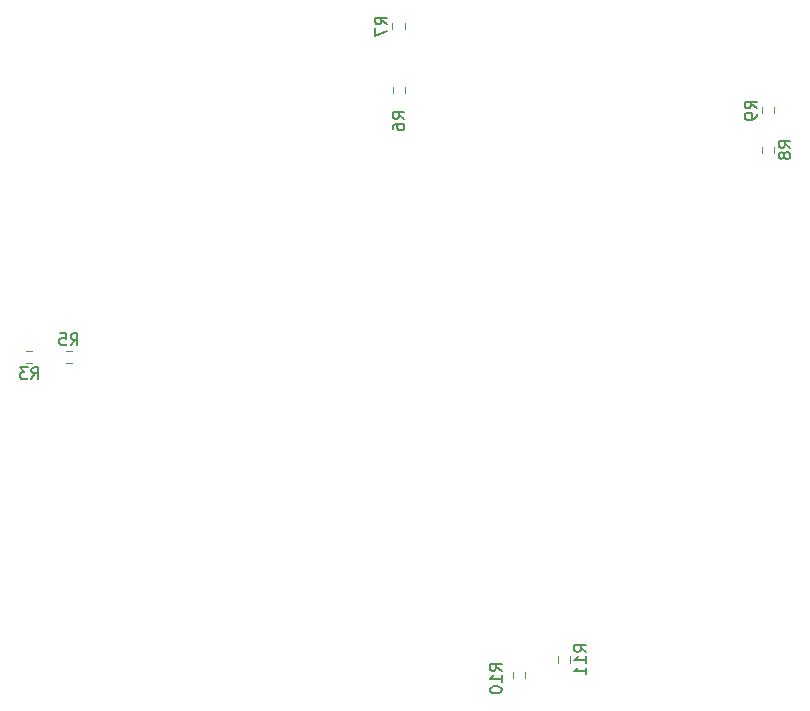
<source format=gbo>
%TF.GenerationSoftware,KiCad,Pcbnew,(5.1.10)-1*%
%TF.CreationDate,2021-10-14T15:05:34-04:00*%
%TF.ProjectId,gf-minus1,67662d6d-696e-4757-9331-2e6b69636164,rev?*%
%TF.SameCoordinates,Original*%
%TF.FileFunction,Legend,Bot*%
%TF.FilePolarity,Positive*%
%FSLAX46Y46*%
G04 Gerber Fmt 4.6, Leading zero omitted, Abs format (unit mm)*
G04 Created by KiCad (PCBNEW (5.1.10)-1) date 2021-10-14 15:05:34*
%MOMM*%
%LPD*%
G01*
G04 APERTURE LIST*
%ADD10C,0.120000*%
%ADD11C,0.150000*%
%ADD12C,0.300000*%
%ADD13C,2.500000*%
%ADD14R,1.700000X1.700000*%
%ADD15O,1.700000X1.700000*%
%ADD16R,2.000000X2.000000*%
%ADD17C,2.000000*%
%ADD18C,1.600000*%
%ADD19O,1.000000X1.550000*%
%ADD20O,1.250000X0.950000*%
%ADD21C,3.450000*%
%ADD22C,2.390000*%
G04 APERTURE END LIST*
D10*
X109732500Y-123527224D02*
X109732500Y-123017776D01*
X108687500Y-123527224D02*
X108687500Y-123017776D01*
X105902500Y-124867224D02*
X105902500Y-124357776D01*
X104857500Y-124867224D02*
X104857500Y-124357776D01*
X125977500Y-76525276D02*
X125977500Y-77034724D01*
X127022500Y-76525276D02*
X127022500Y-77034724D01*
X127032500Y-80357224D02*
X127032500Y-79847776D01*
X125987500Y-80357224D02*
X125987500Y-79847776D01*
X94687500Y-69402776D02*
X94687500Y-69912224D01*
X95732500Y-69402776D02*
X95732500Y-69912224D01*
X95772500Y-75294724D02*
X95772500Y-74785276D01*
X94727500Y-75294724D02*
X94727500Y-74785276D01*
X67534724Y-97117500D02*
X67025276Y-97117500D01*
X67534724Y-98162500D02*
X67025276Y-98162500D01*
X63705276Y-98172500D02*
X64214724Y-98172500D01*
X63705276Y-97127500D02*
X64214724Y-97127500D01*
D11*
X111092380Y-122629642D02*
X110616190Y-122296309D01*
X111092380Y-122058214D02*
X110092380Y-122058214D01*
X110092380Y-122439166D01*
X110140000Y-122534404D01*
X110187619Y-122582023D01*
X110282857Y-122629642D01*
X110425714Y-122629642D01*
X110520952Y-122582023D01*
X110568571Y-122534404D01*
X110616190Y-122439166D01*
X110616190Y-122058214D01*
X111092380Y-123582023D02*
X111092380Y-123010595D01*
X111092380Y-123296309D02*
X110092380Y-123296309D01*
X110235238Y-123201071D01*
X110330476Y-123105833D01*
X110378095Y-123010595D01*
X111092380Y-124534404D02*
X111092380Y-123962976D01*
X111092380Y-124248690D02*
X110092380Y-124248690D01*
X110235238Y-124153452D01*
X110330476Y-124058214D01*
X110378095Y-123962976D01*
X103938380Y-124219142D02*
X103462190Y-123885809D01*
X103938380Y-123647714D02*
X102938380Y-123647714D01*
X102938380Y-124028666D01*
X102986000Y-124123904D01*
X103033619Y-124171523D01*
X103128857Y-124219142D01*
X103271714Y-124219142D01*
X103366952Y-124171523D01*
X103414571Y-124123904D01*
X103462190Y-124028666D01*
X103462190Y-123647714D01*
X103938380Y-125171523D02*
X103938380Y-124600095D01*
X103938380Y-124885809D02*
X102938380Y-124885809D01*
X103081238Y-124790571D01*
X103176476Y-124695333D01*
X103224095Y-124600095D01*
X102938380Y-125790571D02*
X102938380Y-125885809D01*
X102986000Y-125981047D01*
X103033619Y-126028666D01*
X103128857Y-126076285D01*
X103319333Y-126123904D01*
X103557428Y-126123904D01*
X103747904Y-126076285D01*
X103843142Y-126028666D01*
X103890761Y-125981047D01*
X103938380Y-125885809D01*
X103938380Y-125790571D01*
X103890761Y-125695333D01*
X103843142Y-125647714D01*
X103747904Y-125600095D01*
X103557428Y-125552476D01*
X103319333Y-125552476D01*
X103128857Y-125600095D01*
X103033619Y-125647714D01*
X102986000Y-125695333D01*
X102938380Y-125790571D01*
X125522380Y-76613333D02*
X125046190Y-76280000D01*
X125522380Y-76041904D02*
X124522380Y-76041904D01*
X124522380Y-76422857D01*
X124570000Y-76518095D01*
X124617619Y-76565714D01*
X124712857Y-76613333D01*
X124855714Y-76613333D01*
X124950952Y-76565714D01*
X124998571Y-76518095D01*
X125046190Y-76422857D01*
X125046190Y-76041904D01*
X125522380Y-77089523D02*
X125522380Y-77280000D01*
X125474761Y-77375238D01*
X125427142Y-77422857D01*
X125284285Y-77518095D01*
X125093809Y-77565714D01*
X124712857Y-77565714D01*
X124617619Y-77518095D01*
X124570000Y-77470476D01*
X124522380Y-77375238D01*
X124522380Y-77184761D01*
X124570000Y-77089523D01*
X124617619Y-77041904D01*
X124712857Y-76994285D01*
X124950952Y-76994285D01*
X125046190Y-77041904D01*
X125093809Y-77089523D01*
X125141428Y-77184761D01*
X125141428Y-77375238D01*
X125093809Y-77470476D01*
X125046190Y-77518095D01*
X124950952Y-77565714D01*
X128392380Y-79935833D02*
X127916190Y-79602500D01*
X128392380Y-79364404D02*
X127392380Y-79364404D01*
X127392380Y-79745357D01*
X127440000Y-79840595D01*
X127487619Y-79888214D01*
X127582857Y-79935833D01*
X127725714Y-79935833D01*
X127820952Y-79888214D01*
X127868571Y-79840595D01*
X127916190Y-79745357D01*
X127916190Y-79364404D01*
X127820952Y-80507261D02*
X127773333Y-80412023D01*
X127725714Y-80364404D01*
X127630476Y-80316785D01*
X127582857Y-80316785D01*
X127487619Y-80364404D01*
X127440000Y-80412023D01*
X127392380Y-80507261D01*
X127392380Y-80697738D01*
X127440000Y-80792976D01*
X127487619Y-80840595D01*
X127582857Y-80888214D01*
X127630476Y-80888214D01*
X127725714Y-80840595D01*
X127773333Y-80792976D01*
X127820952Y-80697738D01*
X127820952Y-80507261D01*
X127868571Y-80412023D01*
X127916190Y-80364404D01*
X128011428Y-80316785D01*
X128201904Y-80316785D01*
X128297142Y-80364404D01*
X128344761Y-80412023D01*
X128392380Y-80507261D01*
X128392380Y-80697738D01*
X128344761Y-80792976D01*
X128297142Y-80840595D01*
X128201904Y-80888214D01*
X128011428Y-80888214D01*
X127916190Y-80840595D01*
X127868571Y-80792976D01*
X127820952Y-80697738D01*
X94232380Y-69490833D02*
X93756190Y-69157500D01*
X94232380Y-68919404D02*
X93232380Y-68919404D01*
X93232380Y-69300357D01*
X93280000Y-69395595D01*
X93327619Y-69443214D01*
X93422857Y-69490833D01*
X93565714Y-69490833D01*
X93660952Y-69443214D01*
X93708571Y-69395595D01*
X93756190Y-69300357D01*
X93756190Y-68919404D01*
X93232380Y-69824166D02*
X93232380Y-70490833D01*
X94232380Y-70062261D01*
X95702380Y-77513333D02*
X95226190Y-77180000D01*
X95702380Y-76941904D02*
X94702380Y-76941904D01*
X94702380Y-77322857D01*
X94750000Y-77418095D01*
X94797619Y-77465714D01*
X94892857Y-77513333D01*
X95035714Y-77513333D01*
X95130952Y-77465714D01*
X95178571Y-77418095D01*
X95226190Y-77322857D01*
X95226190Y-76941904D01*
X94702380Y-78370476D02*
X94702380Y-78180000D01*
X94750000Y-78084761D01*
X94797619Y-78037142D01*
X94940476Y-77941904D01*
X95130952Y-77894285D01*
X95511904Y-77894285D01*
X95607142Y-77941904D01*
X95654761Y-77989523D01*
X95702380Y-78084761D01*
X95702380Y-78275238D01*
X95654761Y-78370476D01*
X95607142Y-78418095D01*
X95511904Y-78465714D01*
X95273809Y-78465714D01*
X95178571Y-78418095D01*
X95130952Y-78370476D01*
X95083333Y-78275238D01*
X95083333Y-78084761D01*
X95130952Y-77989523D01*
X95178571Y-77941904D01*
X95273809Y-77894285D01*
X67446666Y-96662380D02*
X67780000Y-96186190D01*
X68018095Y-96662380D02*
X68018095Y-95662380D01*
X67637142Y-95662380D01*
X67541904Y-95710000D01*
X67494285Y-95757619D01*
X67446666Y-95852857D01*
X67446666Y-95995714D01*
X67494285Y-96090952D01*
X67541904Y-96138571D01*
X67637142Y-96186190D01*
X68018095Y-96186190D01*
X66541904Y-95662380D02*
X67018095Y-95662380D01*
X67065714Y-96138571D01*
X67018095Y-96090952D01*
X66922857Y-96043333D01*
X66684761Y-96043333D01*
X66589523Y-96090952D01*
X66541904Y-96138571D01*
X66494285Y-96233809D01*
X66494285Y-96471904D01*
X66541904Y-96567142D01*
X66589523Y-96614761D01*
X66684761Y-96662380D01*
X66922857Y-96662380D01*
X67018095Y-96614761D01*
X67065714Y-96567142D01*
X64126666Y-99532380D02*
X64460000Y-99056190D01*
X64698095Y-99532380D02*
X64698095Y-98532380D01*
X64317142Y-98532380D01*
X64221904Y-98580000D01*
X64174285Y-98627619D01*
X64126666Y-98722857D01*
X64126666Y-98865714D01*
X64174285Y-98960952D01*
X64221904Y-99008571D01*
X64317142Y-99056190D01*
X64698095Y-99056190D01*
X63793333Y-98532380D02*
X63174285Y-98532380D01*
X63507619Y-98913333D01*
X63364761Y-98913333D01*
X63269523Y-98960952D01*
X63221904Y-99008571D01*
X63174285Y-99103809D01*
X63174285Y-99341904D01*
X63221904Y-99437142D01*
X63269523Y-99484761D01*
X63364761Y-99532380D01*
X63650476Y-99532380D01*
X63745714Y-99484761D01*
X63793333Y-99437142D01*
%LPC*%
D12*
X125779428Y-128988571D02*
X124922285Y-128988571D01*
X125350857Y-130488571D02*
X125350857Y-128988571D01*
X124422285Y-130488571D02*
X124422285Y-128988571D01*
X123779428Y-130488571D02*
X123779428Y-129702857D01*
X123850857Y-129560000D01*
X123993714Y-129488571D01*
X124208000Y-129488571D01*
X124350857Y-129560000D01*
X124422285Y-129631428D01*
X122422285Y-130488571D02*
X122422285Y-129702857D01*
X122493714Y-129560000D01*
X122636571Y-129488571D01*
X122922285Y-129488571D01*
X123065142Y-129560000D01*
X122422285Y-130417142D02*
X122565142Y-130488571D01*
X122922285Y-130488571D01*
X123065142Y-130417142D01*
X123136571Y-130274285D01*
X123136571Y-130131428D01*
X123065142Y-129988571D01*
X122922285Y-129917142D01*
X122565142Y-129917142D01*
X122422285Y-129845714D01*
X121708000Y-129488571D02*
X121708000Y-130488571D01*
X121708000Y-129631428D02*
X121636571Y-129560000D01*
X121493714Y-129488571D01*
X121279428Y-129488571D01*
X121136571Y-129560000D01*
X121065142Y-129702857D01*
X121065142Y-130488571D01*
X120350857Y-130488571D02*
X120350857Y-128988571D01*
X120208000Y-129917142D02*
X119779428Y-130488571D01*
X119779428Y-129488571D02*
X120350857Y-130060000D01*
X119208000Y-130417142D02*
X119065142Y-130488571D01*
X118779428Y-130488571D01*
X118636571Y-130417142D01*
X118565142Y-130274285D01*
X118565142Y-130202857D01*
X118636571Y-130060000D01*
X118779428Y-129988571D01*
X118993714Y-129988571D01*
X119136571Y-129917142D01*
X119208000Y-129774285D01*
X119208000Y-129702857D01*
X119136571Y-129560000D01*
X118993714Y-129488571D01*
X118779428Y-129488571D01*
X118636571Y-129560000D01*
X116993714Y-129488571D02*
X116422285Y-129488571D01*
X116779428Y-128988571D02*
X116779428Y-130274285D01*
X116708000Y-130417142D01*
X116565142Y-130488571D01*
X116422285Y-130488571D01*
X115707999Y-130488571D02*
X115850857Y-130417142D01*
X115922285Y-130345714D01*
X115993714Y-130202857D01*
X115993714Y-129774285D01*
X115922285Y-129631428D01*
X115850857Y-129560000D01*
X115707999Y-129488571D01*
X115493714Y-129488571D01*
X115350857Y-129560000D01*
X115279428Y-129631428D01*
X115207999Y-129774285D01*
X115207999Y-130202857D01*
X115279428Y-130345714D01*
X115350857Y-130417142D01*
X115493714Y-130488571D01*
X115707999Y-130488571D01*
X112779428Y-130488571D02*
X112779428Y-129702857D01*
X112850857Y-129560000D01*
X112993714Y-129488571D01*
X113279428Y-129488571D01*
X113422285Y-129560000D01*
X112779428Y-130417142D02*
X112922285Y-130488571D01*
X113279428Y-130488571D01*
X113422285Y-130417142D01*
X113493714Y-130274285D01*
X113493714Y-130131428D01*
X113422285Y-129988571D01*
X113279428Y-129917142D01*
X112922285Y-129917142D01*
X112779428Y-129845714D01*
X111850857Y-130488571D02*
X111993714Y-130417142D01*
X112065142Y-130274285D01*
X112065142Y-128988571D01*
X110707999Y-130417142D02*
X110850857Y-130488571D01*
X111136571Y-130488571D01*
X111279428Y-130417142D01*
X111350857Y-130274285D01*
X111350857Y-129702857D01*
X111279428Y-129560000D01*
X111136571Y-129488571D01*
X110850857Y-129488571D01*
X110707999Y-129560000D01*
X110636571Y-129702857D01*
X110636571Y-129845714D01*
X111350857Y-129988571D01*
X109779428Y-130488571D02*
X109922285Y-130417142D01*
X109993714Y-130274285D01*
X109993714Y-128988571D01*
X108993714Y-130488571D02*
X109136571Y-130417142D01*
X109207999Y-130345714D01*
X109279428Y-130202857D01*
X109279428Y-129774285D01*
X109207999Y-129631428D01*
X109136571Y-129560000D01*
X108993714Y-129488571D01*
X108779428Y-129488571D01*
X108636571Y-129560000D01*
X108565142Y-129631428D01*
X108493714Y-129774285D01*
X108493714Y-130202857D01*
X108565142Y-130345714D01*
X108636571Y-130417142D01*
X108779428Y-130488571D01*
X108993714Y-130488571D01*
X107850857Y-129488571D02*
X107850857Y-130488571D01*
X107850857Y-129631428D02*
X107779428Y-129560000D01*
X107636571Y-129488571D01*
X107422285Y-129488571D01*
X107279428Y-129560000D01*
X107207999Y-129702857D01*
X107207999Y-130488571D01*
X105850857Y-130488571D02*
X105850857Y-128988571D01*
X105850857Y-130417142D02*
X105993714Y-130488571D01*
X106279428Y-130488571D01*
X106422285Y-130417142D01*
X106493714Y-130345714D01*
X106565142Y-130202857D01*
X106565142Y-129774285D01*
X106493714Y-129631428D01*
X106422285Y-129560000D01*
X106279428Y-129488571D01*
X105993714Y-129488571D01*
X105850857Y-129560000D01*
X104922285Y-130488571D02*
X105065142Y-130417142D01*
X105136571Y-130345714D01*
X105207999Y-130202857D01*
X105207999Y-129774285D01*
X105136571Y-129631428D01*
X105065142Y-129560000D01*
X104922285Y-129488571D01*
X104707999Y-129488571D01*
X104565142Y-129560000D01*
X104493714Y-129631428D01*
X104422285Y-129774285D01*
X104422285Y-130202857D01*
X104493714Y-130345714D01*
X104565142Y-130417142D01*
X104707999Y-130488571D01*
X104922285Y-130488571D01*
X103779428Y-129488571D02*
X103779428Y-130488571D01*
X103779428Y-129631428D02*
X103707999Y-129560000D01*
X103565142Y-129488571D01*
X103350857Y-129488571D01*
X103207999Y-129560000D01*
X103136571Y-129702857D01*
X103136571Y-130488571D01*
X102350857Y-130417142D02*
X102350857Y-130488571D01*
X102422285Y-130631428D01*
X102493714Y-130702857D01*
X100707999Y-129488571D02*
X100350857Y-130488571D01*
X99993714Y-129488571D01*
X99422285Y-130488571D02*
X99422285Y-129488571D01*
X99422285Y-129631428D02*
X99350857Y-129560000D01*
X99207999Y-129488571D01*
X98993714Y-129488571D01*
X98850857Y-129560000D01*
X98779428Y-129702857D01*
X98779428Y-130488571D01*
X98779428Y-129702857D02*
X98707999Y-129560000D01*
X98565142Y-129488571D01*
X98350857Y-129488571D01*
X98207999Y-129560000D01*
X98136571Y-129702857D01*
X98136571Y-130488571D01*
X97636571Y-129488571D02*
X97065142Y-129488571D01*
X97422285Y-128988571D02*
X97422285Y-130274285D01*
X97350857Y-130417142D01*
X97207999Y-130488571D01*
X97065142Y-130488571D01*
X96779428Y-129488571D02*
X96207999Y-129488571D01*
X96565142Y-128988571D02*
X96565142Y-130274285D01*
X96493714Y-130417142D01*
X96350857Y-130488571D01*
X96207999Y-130488571D01*
X95707999Y-130488571D02*
X95707999Y-129488571D01*
X95707999Y-129631428D02*
X95636571Y-129560000D01*
X95493714Y-129488571D01*
X95279428Y-129488571D01*
X95136571Y-129560000D01*
X95065142Y-129702857D01*
X95065142Y-130488571D01*
X95065142Y-129702857D02*
X94993714Y-129560000D01*
X94850857Y-129488571D01*
X94636571Y-129488571D01*
X94493714Y-129560000D01*
X94422285Y-129702857D01*
X94422285Y-130488571D01*
X93850857Y-129488571D02*
X93493714Y-130488571D01*
X93136571Y-129488571D01*
X90779428Y-130488571D02*
X90779428Y-129702857D01*
X90850857Y-129560000D01*
X90993714Y-129488571D01*
X91279428Y-129488571D01*
X91422285Y-129560000D01*
X90779428Y-130417142D02*
X90922285Y-130488571D01*
X91279428Y-130488571D01*
X91422285Y-130417142D01*
X91493714Y-130274285D01*
X91493714Y-130131428D01*
X91422285Y-129988571D01*
X91279428Y-129917142D01*
X90922285Y-129917142D01*
X90779428Y-129845714D01*
X90065142Y-129488571D02*
X90065142Y-130488571D01*
X90065142Y-129631428D02*
X89993714Y-129560000D01*
X89850857Y-129488571D01*
X89636571Y-129488571D01*
X89493714Y-129560000D01*
X89422285Y-129702857D01*
X89422285Y-130488571D01*
X88065142Y-130488571D02*
X88065142Y-128988571D01*
X88065142Y-130417142D02*
X88207999Y-130488571D01*
X88493714Y-130488571D01*
X88636571Y-130417142D01*
X88707999Y-130345714D01*
X88779428Y-130202857D01*
X88779428Y-129774285D01*
X88707999Y-129631428D01*
X88636571Y-129560000D01*
X88493714Y-129488571D01*
X88207999Y-129488571D01*
X88065142Y-129560000D01*
X85707999Y-129702857D02*
X85493714Y-129774285D01*
X85422285Y-129845714D01*
X85350857Y-129988571D01*
X85350857Y-130202857D01*
X85422285Y-130345714D01*
X85493714Y-130417142D01*
X85636571Y-130488571D01*
X86207999Y-130488571D01*
X86207999Y-128988571D01*
X85707999Y-128988571D01*
X85565142Y-129060000D01*
X85493714Y-129131428D01*
X85422285Y-129274285D01*
X85422285Y-129417142D01*
X85493714Y-129560000D01*
X85565142Y-129631428D01*
X85707999Y-129702857D01*
X86207999Y-129702857D01*
X84493714Y-130488571D02*
X84636571Y-130417142D01*
X84707999Y-130274285D01*
X84707999Y-128988571D01*
X83922285Y-130488571D02*
X83922285Y-129488571D01*
X83922285Y-128988571D02*
X83993714Y-129060000D01*
X83922285Y-129131428D01*
X83850857Y-129060000D01*
X83922285Y-128988571D01*
X83922285Y-129131428D01*
X83207999Y-129488571D02*
X83207999Y-130488571D01*
X83207999Y-129631428D02*
X83136571Y-129560000D01*
X82993714Y-129488571D01*
X82779428Y-129488571D01*
X82636571Y-129560000D01*
X82565142Y-129702857D01*
X82565142Y-130488571D01*
X81207999Y-130488571D02*
X81207999Y-128988571D01*
X81207999Y-130417142D02*
X81350857Y-130488571D01*
X81636571Y-130488571D01*
X81779428Y-130417142D01*
X81850857Y-130345714D01*
X81922285Y-130202857D01*
X81922285Y-129774285D01*
X81850857Y-129631428D01*
X81779428Y-129560000D01*
X81636571Y-129488571D01*
X81350857Y-129488571D01*
X81207999Y-129560000D01*
X80707999Y-128988571D02*
X80207999Y-130488571D01*
X79707999Y-128988571D01*
X79207999Y-130488571D02*
X79207999Y-129488571D01*
X79207999Y-128988571D02*
X79279428Y-129060000D01*
X79207999Y-129131428D01*
X79136571Y-129060000D01*
X79207999Y-128988571D01*
X79207999Y-129131428D01*
X77850857Y-130488571D02*
X77850857Y-129702857D01*
X77922285Y-129560000D01*
X78065142Y-129488571D01*
X78350857Y-129488571D01*
X78493714Y-129560000D01*
X77850857Y-130417142D02*
X77993714Y-130488571D01*
X78350857Y-130488571D01*
X78493714Y-130417142D01*
X78565142Y-130274285D01*
X78565142Y-130131428D01*
X78493714Y-129988571D01*
X78350857Y-129917142D01*
X77993714Y-129917142D01*
X77850857Y-129845714D01*
X122743714Y-132038571D02*
X122172285Y-132038571D01*
X122529428Y-133038571D02*
X122529428Y-131752857D01*
X122458000Y-131610000D01*
X122315142Y-131538571D01*
X122172285Y-131538571D01*
X121458000Y-133038571D02*
X121600857Y-132967142D01*
X121672285Y-132895714D01*
X121743714Y-132752857D01*
X121743714Y-132324285D01*
X121672285Y-132181428D01*
X121600857Y-132110000D01*
X121458000Y-132038571D01*
X121243714Y-132038571D01*
X121100857Y-132110000D01*
X121029428Y-132181428D01*
X120958000Y-132324285D01*
X120958000Y-132752857D01*
X121029428Y-132895714D01*
X121100857Y-132967142D01*
X121243714Y-133038571D01*
X121458000Y-133038571D01*
X120315142Y-133038571D02*
X120315142Y-132038571D01*
X120315142Y-132324285D02*
X120243714Y-132181428D01*
X120172285Y-132110000D01*
X120029428Y-132038571D01*
X119886571Y-132038571D01*
X118458000Y-132038571D02*
X117886571Y-132038571D01*
X118243714Y-131538571D02*
X118243714Y-132824285D01*
X118172285Y-132967142D01*
X118029428Y-133038571D01*
X117886571Y-133038571D01*
X117386571Y-133038571D02*
X117386571Y-131538571D01*
X116743714Y-133038571D02*
X116743714Y-132252857D01*
X116815142Y-132110000D01*
X116958000Y-132038571D01*
X117172285Y-132038571D01*
X117315142Y-132110000D01*
X117386571Y-132181428D01*
X115458000Y-132967142D02*
X115600857Y-133038571D01*
X115886571Y-133038571D01*
X116029428Y-132967142D01*
X116100857Y-132824285D01*
X116100857Y-132252857D01*
X116029428Y-132110000D01*
X115886571Y-132038571D01*
X115600857Y-132038571D01*
X115458000Y-132110000D01*
X115386571Y-132252857D01*
X115386571Y-132395714D01*
X116100857Y-132538571D01*
X114743714Y-133038571D02*
X114743714Y-132038571D01*
X114743714Y-131538571D02*
X114815142Y-131610000D01*
X114743714Y-131681428D01*
X114672285Y-131610000D01*
X114743714Y-131538571D01*
X114743714Y-131681428D01*
X114029428Y-133038571D02*
X114029428Y-132038571D01*
X114029428Y-132324285D02*
X113958000Y-132181428D01*
X113886571Y-132110000D01*
X113743714Y-132038571D01*
X113600857Y-132038571D01*
X111315142Y-132967142D02*
X111458000Y-133038571D01*
X111743714Y-133038571D01*
X111886571Y-132967142D01*
X111958000Y-132895714D01*
X112029428Y-132752857D01*
X112029428Y-132324285D01*
X111958000Y-132181428D01*
X111886571Y-132110000D01*
X111743714Y-132038571D01*
X111458000Y-132038571D01*
X111315142Y-132110000D01*
X110458000Y-133038571D02*
X110600857Y-132967142D01*
X110672285Y-132895714D01*
X110743714Y-132752857D01*
X110743714Y-132324285D01*
X110672285Y-132181428D01*
X110600857Y-132110000D01*
X110458000Y-132038571D01*
X110243714Y-132038571D01*
X110100857Y-132110000D01*
X110029428Y-132181428D01*
X109958000Y-132324285D01*
X109958000Y-132752857D01*
X110029428Y-132895714D01*
X110100857Y-132967142D01*
X110243714Y-133038571D01*
X110458000Y-133038571D01*
X109315142Y-132038571D02*
X109315142Y-133038571D01*
X109315142Y-132181428D02*
X109243714Y-132110000D01*
X109100857Y-132038571D01*
X108886571Y-132038571D01*
X108743714Y-132110000D01*
X108672285Y-132252857D01*
X108672285Y-133038571D01*
X108172285Y-132038571D02*
X107600857Y-132038571D01*
X107958000Y-131538571D02*
X107958000Y-132824285D01*
X107886571Y-132967142D01*
X107743714Y-133038571D01*
X107600857Y-133038571D01*
X107100857Y-133038571D02*
X107100857Y-132038571D01*
X107100857Y-132324285D02*
X107029428Y-132181428D01*
X106958000Y-132110000D01*
X106815142Y-132038571D01*
X106672285Y-132038571D01*
X106172285Y-133038571D02*
X106172285Y-132038571D01*
X106172285Y-131538571D02*
X106243714Y-131610000D01*
X106172285Y-131681428D01*
X106100857Y-131610000D01*
X106172285Y-131538571D01*
X106172285Y-131681428D01*
X105458000Y-133038571D02*
X105458000Y-131538571D01*
X105458000Y-132110000D02*
X105315142Y-132038571D01*
X105029428Y-132038571D01*
X104886571Y-132110000D01*
X104815142Y-132181428D01*
X104743714Y-132324285D01*
X104743714Y-132752857D01*
X104815142Y-132895714D01*
X104886571Y-132967142D01*
X105029428Y-133038571D01*
X105315142Y-133038571D01*
X105458000Y-132967142D01*
X103458000Y-132038571D02*
X103458000Y-133038571D01*
X104100857Y-132038571D02*
X104100857Y-132824285D01*
X104029428Y-132967142D01*
X103886571Y-133038571D01*
X103672285Y-133038571D01*
X103529428Y-132967142D01*
X103458000Y-132895714D01*
X102958000Y-132038571D02*
X102386571Y-132038571D01*
X102743714Y-131538571D02*
X102743714Y-132824285D01*
X102672285Y-132967142D01*
X102529428Y-133038571D01*
X102386571Y-133038571D01*
X101886571Y-133038571D02*
X101886571Y-132038571D01*
X101886571Y-131538571D02*
X101958000Y-131610000D01*
X101886571Y-131681428D01*
X101815142Y-131610000D01*
X101886571Y-131538571D01*
X101886571Y-131681428D01*
X100958000Y-133038571D02*
X101100857Y-132967142D01*
X101172285Y-132895714D01*
X101243714Y-132752857D01*
X101243714Y-132324285D01*
X101172285Y-132181428D01*
X101100857Y-132110000D01*
X100958000Y-132038571D01*
X100743714Y-132038571D01*
X100600857Y-132110000D01*
X100529428Y-132181428D01*
X100458000Y-132324285D01*
X100458000Y-132752857D01*
X100529428Y-132895714D01*
X100600857Y-132967142D01*
X100743714Y-133038571D01*
X100958000Y-133038571D01*
X99815142Y-132038571D02*
X99815142Y-133038571D01*
X99815142Y-132181428D02*
X99743714Y-132110000D01*
X99600857Y-132038571D01*
X99386571Y-132038571D01*
X99243714Y-132110000D01*
X99172285Y-132252857D01*
X99172285Y-133038571D01*
X97529428Y-132038571D02*
X96958000Y-132038571D01*
X97315142Y-131538571D02*
X97315142Y-132824285D01*
X97243714Y-132967142D01*
X97100857Y-133038571D01*
X96958000Y-133038571D01*
X96243714Y-133038571D02*
X96386571Y-132967142D01*
X96458000Y-132895714D01*
X96529428Y-132752857D01*
X96529428Y-132324285D01*
X96458000Y-132181428D01*
X96386571Y-132110000D01*
X96243714Y-132038571D01*
X96029428Y-132038571D01*
X95886571Y-132110000D01*
X95815142Y-132181428D01*
X95743714Y-132324285D01*
X95743714Y-132752857D01*
X95815142Y-132895714D01*
X95886571Y-132967142D01*
X96029428Y-133038571D01*
X96243714Y-133038571D01*
X93172285Y-131610000D02*
X93315142Y-131538571D01*
X93529428Y-131538571D01*
X93743714Y-131610000D01*
X93886571Y-131752857D01*
X93958000Y-131895714D01*
X94029428Y-132181428D01*
X94029428Y-132395714D01*
X93958000Y-132681428D01*
X93886571Y-132824285D01*
X93743714Y-132967142D01*
X93529428Y-133038571D01*
X93386571Y-133038571D01*
X93172285Y-132967142D01*
X93100857Y-132895714D01*
X93100857Y-132395714D01*
X93386571Y-132395714D01*
X92243714Y-133038571D02*
X92386571Y-132967142D01*
X92458000Y-132824285D01*
X92458000Y-131538571D01*
X91029428Y-132038571D02*
X91029428Y-133038571D01*
X91672285Y-132038571D02*
X91672285Y-132824285D01*
X91600857Y-132967142D01*
X91458000Y-133038571D01*
X91243714Y-133038571D01*
X91100857Y-132967142D01*
X91029428Y-132895714D01*
X90529428Y-132038571D02*
X89958000Y-132038571D01*
X90315142Y-131538571D02*
X90315142Y-132824285D01*
X90243714Y-132967142D01*
X90100857Y-133038571D01*
X89958000Y-133038571D01*
X88886571Y-132967142D02*
X89029428Y-133038571D01*
X89315142Y-133038571D01*
X89458000Y-132967142D01*
X89529428Y-132824285D01*
X89529428Y-132252857D01*
X89458000Y-132110000D01*
X89315142Y-132038571D01*
X89029428Y-132038571D01*
X88886571Y-132110000D01*
X88815142Y-132252857D01*
X88815142Y-132395714D01*
X89529428Y-132538571D01*
X88172285Y-132038571D02*
X88172285Y-133038571D01*
X88172285Y-132181428D02*
X88100857Y-132110000D01*
X87958000Y-132038571D01*
X87743714Y-132038571D01*
X87600857Y-132110000D01*
X87529428Y-132252857D01*
X87529428Y-133038571D01*
X86815142Y-132467142D02*
X85672285Y-132467142D01*
X84458000Y-132252857D02*
X84958000Y-132252857D01*
X84958000Y-133038571D02*
X84958000Y-131538571D01*
X84243714Y-131538571D01*
X83672285Y-133038571D02*
X83672285Y-132038571D01*
X83672285Y-132324285D02*
X83600857Y-132181428D01*
X83529428Y-132110000D01*
X83386571Y-132038571D01*
X83243714Y-132038571D01*
X82172285Y-132967142D02*
X82315142Y-133038571D01*
X82600857Y-133038571D01*
X82743714Y-132967142D01*
X82815142Y-132824285D01*
X82815142Y-132252857D01*
X82743714Y-132110000D01*
X82600857Y-132038571D01*
X82315142Y-132038571D01*
X82172285Y-132110000D01*
X82100857Y-132252857D01*
X82100857Y-132395714D01*
X82815142Y-132538571D01*
X80886571Y-132967142D02*
X81029428Y-133038571D01*
X81315142Y-133038571D01*
X81458000Y-132967142D01*
X81529428Y-132824285D01*
X81529428Y-132252857D01*
X81458000Y-132110000D01*
X81315142Y-132038571D01*
X81029428Y-132038571D01*
X80886571Y-132110000D01*
X80815142Y-132252857D01*
X80815142Y-132395714D01*
X81529428Y-132538571D01*
D13*
X145904000Y-80539000D03*
X57600000Y-56650000D03*
X145100000Y-57150000D03*
X146600000Y-145150000D03*
X62600000Y-145150000D03*
G36*
G01*
X109447500Y-124672500D02*
X108972500Y-124672500D01*
G75*
G02*
X108735000Y-124435000I0J237500D01*
G01*
X108735000Y-123935000D01*
G75*
G02*
X108972500Y-123697500I237500J0D01*
G01*
X109447500Y-123697500D01*
G75*
G02*
X109685000Y-123935000I0J-237500D01*
G01*
X109685000Y-124435000D01*
G75*
G02*
X109447500Y-124672500I-237500J0D01*
G01*
G37*
G36*
G01*
X109447500Y-122847500D02*
X108972500Y-122847500D01*
G75*
G02*
X108735000Y-122610000I0J237500D01*
G01*
X108735000Y-122110000D01*
G75*
G02*
X108972500Y-121872500I237500J0D01*
G01*
X109447500Y-121872500D01*
G75*
G02*
X109685000Y-122110000I0J-237500D01*
G01*
X109685000Y-122610000D01*
G75*
G02*
X109447500Y-122847500I-237500J0D01*
G01*
G37*
G36*
G01*
X105617500Y-126012500D02*
X105142500Y-126012500D01*
G75*
G02*
X104905000Y-125775000I0J237500D01*
G01*
X104905000Y-125275000D01*
G75*
G02*
X105142500Y-125037500I237500J0D01*
G01*
X105617500Y-125037500D01*
G75*
G02*
X105855000Y-125275000I0J-237500D01*
G01*
X105855000Y-125775000D01*
G75*
G02*
X105617500Y-126012500I-237500J0D01*
G01*
G37*
G36*
G01*
X105617500Y-124187500D02*
X105142500Y-124187500D01*
G75*
G02*
X104905000Y-123950000I0J237500D01*
G01*
X104905000Y-123450000D01*
G75*
G02*
X105142500Y-123212500I237500J0D01*
G01*
X105617500Y-123212500D01*
G75*
G02*
X105855000Y-123450000I0J-237500D01*
G01*
X105855000Y-123950000D01*
G75*
G02*
X105617500Y-124187500I-237500J0D01*
G01*
G37*
G36*
G01*
X126262500Y-75380000D02*
X126737500Y-75380000D01*
G75*
G02*
X126975000Y-75617500I0J-237500D01*
G01*
X126975000Y-76117500D01*
G75*
G02*
X126737500Y-76355000I-237500J0D01*
G01*
X126262500Y-76355000D01*
G75*
G02*
X126025000Y-76117500I0J237500D01*
G01*
X126025000Y-75617500D01*
G75*
G02*
X126262500Y-75380000I237500J0D01*
G01*
G37*
G36*
G01*
X126262500Y-77205000D02*
X126737500Y-77205000D01*
G75*
G02*
X126975000Y-77442500I0J-237500D01*
G01*
X126975000Y-77942500D01*
G75*
G02*
X126737500Y-78180000I-237500J0D01*
G01*
X126262500Y-78180000D01*
G75*
G02*
X126025000Y-77942500I0J237500D01*
G01*
X126025000Y-77442500D01*
G75*
G02*
X126262500Y-77205000I237500J0D01*
G01*
G37*
G36*
G01*
X126747500Y-81502500D02*
X126272500Y-81502500D01*
G75*
G02*
X126035000Y-81265000I0J237500D01*
G01*
X126035000Y-80765000D01*
G75*
G02*
X126272500Y-80527500I237500J0D01*
G01*
X126747500Y-80527500D01*
G75*
G02*
X126985000Y-80765000I0J-237500D01*
G01*
X126985000Y-81265000D01*
G75*
G02*
X126747500Y-81502500I-237500J0D01*
G01*
G37*
G36*
G01*
X126747500Y-79677500D02*
X126272500Y-79677500D01*
G75*
G02*
X126035000Y-79440000I0J237500D01*
G01*
X126035000Y-78940000D01*
G75*
G02*
X126272500Y-78702500I237500J0D01*
G01*
X126747500Y-78702500D01*
G75*
G02*
X126985000Y-78940000I0J-237500D01*
G01*
X126985000Y-79440000D01*
G75*
G02*
X126747500Y-79677500I-237500J0D01*
G01*
G37*
G36*
G01*
X94972500Y-68257500D02*
X95447500Y-68257500D01*
G75*
G02*
X95685000Y-68495000I0J-237500D01*
G01*
X95685000Y-68995000D01*
G75*
G02*
X95447500Y-69232500I-237500J0D01*
G01*
X94972500Y-69232500D01*
G75*
G02*
X94735000Y-68995000I0J237500D01*
G01*
X94735000Y-68495000D01*
G75*
G02*
X94972500Y-68257500I237500J0D01*
G01*
G37*
G36*
G01*
X94972500Y-70082500D02*
X95447500Y-70082500D01*
G75*
G02*
X95685000Y-70320000I0J-237500D01*
G01*
X95685000Y-70820000D01*
G75*
G02*
X95447500Y-71057500I-237500J0D01*
G01*
X94972500Y-71057500D01*
G75*
G02*
X94735000Y-70820000I0J237500D01*
G01*
X94735000Y-70320000D01*
G75*
G02*
X94972500Y-70082500I237500J0D01*
G01*
G37*
G36*
G01*
X95487500Y-76440000D02*
X95012500Y-76440000D01*
G75*
G02*
X94775000Y-76202500I0J237500D01*
G01*
X94775000Y-75702500D01*
G75*
G02*
X95012500Y-75465000I237500J0D01*
G01*
X95487500Y-75465000D01*
G75*
G02*
X95725000Y-75702500I0J-237500D01*
G01*
X95725000Y-76202500D01*
G75*
G02*
X95487500Y-76440000I-237500J0D01*
G01*
G37*
G36*
G01*
X95487500Y-74615000D02*
X95012500Y-74615000D01*
G75*
G02*
X94775000Y-74377500I0J237500D01*
G01*
X94775000Y-73877500D01*
G75*
G02*
X95012500Y-73640000I237500J0D01*
G01*
X95487500Y-73640000D01*
G75*
G02*
X95725000Y-73877500I0J-237500D01*
G01*
X95725000Y-74377500D01*
G75*
G02*
X95487500Y-74615000I-237500J0D01*
G01*
G37*
G36*
G01*
X68680000Y-97402500D02*
X68680000Y-97877500D01*
G75*
G02*
X68442500Y-98115000I-237500J0D01*
G01*
X67942500Y-98115000D01*
G75*
G02*
X67705000Y-97877500I0J237500D01*
G01*
X67705000Y-97402500D01*
G75*
G02*
X67942500Y-97165000I237500J0D01*
G01*
X68442500Y-97165000D01*
G75*
G02*
X68680000Y-97402500I0J-237500D01*
G01*
G37*
G36*
G01*
X66855000Y-97402500D02*
X66855000Y-97877500D01*
G75*
G02*
X66617500Y-98115000I-237500J0D01*
G01*
X66117500Y-98115000D01*
G75*
G02*
X65880000Y-97877500I0J237500D01*
G01*
X65880000Y-97402500D01*
G75*
G02*
X66117500Y-97165000I237500J0D01*
G01*
X66617500Y-97165000D01*
G75*
G02*
X66855000Y-97402500I0J-237500D01*
G01*
G37*
G36*
G01*
X62560000Y-97887500D02*
X62560000Y-97412500D01*
G75*
G02*
X62797500Y-97175000I237500J0D01*
G01*
X63297500Y-97175000D01*
G75*
G02*
X63535000Y-97412500I0J-237500D01*
G01*
X63535000Y-97887500D01*
G75*
G02*
X63297500Y-98125000I-237500J0D01*
G01*
X62797500Y-98125000D01*
G75*
G02*
X62560000Y-97887500I0J237500D01*
G01*
G37*
G36*
G01*
X64385000Y-97887500D02*
X64385000Y-97412500D01*
G75*
G02*
X64622500Y-97175000I237500J0D01*
G01*
X65122500Y-97175000D01*
G75*
G02*
X65360000Y-97412500I0J-237500D01*
G01*
X65360000Y-97887500D01*
G75*
G02*
X65122500Y-98125000I-237500J0D01*
G01*
X64622500Y-98125000D01*
G75*
G02*
X64385000Y-97887500I0J237500D01*
G01*
G37*
D14*
X114060000Y-123350000D03*
D15*
X114060000Y-120810000D03*
X116600000Y-123350000D03*
X116600000Y-120810000D03*
X119140000Y-123350000D03*
X119140000Y-120810000D03*
X121680000Y-123350000D03*
X121680000Y-120810000D03*
X124220000Y-123350000D03*
X124220000Y-120810000D03*
X126760000Y-123350000D03*
X126760000Y-120810000D03*
X129300000Y-123350000D03*
X129300000Y-120810000D03*
X131840000Y-123350000D03*
X131840000Y-120810000D03*
X134380000Y-123350000D03*
X134380000Y-120810000D03*
X136920000Y-123350000D03*
X136920000Y-120810000D03*
X139460000Y-123350000D03*
X139460000Y-120810000D03*
X142000000Y-123350000D03*
X142000000Y-120810000D03*
X144540000Y-123350000D03*
X144540000Y-120810000D03*
X147080000Y-123350000D03*
X147080000Y-120810000D03*
D14*
X144560000Y-105558000D03*
D15*
X147100000Y-105558000D03*
X144560000Y-108098000D03*
X147100000Y-108098000D03*
X144560000Y-110638000D03*
X147100000Y-110638000D03*
X144560000Y-113178000D03*
X147100000Y-113178000D03*
X144560000Y-115718000D03*
X147100000Y-115718000D03*
D13*
X55750000Y-147100000D03*
X55750000Y-130900000D03*
D16*
X54500000Y-135000000D03*
D17*
X54500000Y-139000000D03*
X54500000Y-143000000D03*
X57000000Y-135000000D03*
X57000000Y-139000000D03*
X57000000Y-143000000D03*
D18*
X123750000Y-58450000D03*
X128750000Y-53450000D03*
X118750000Y-53450000D03*
D17*
X118750000Y-58450000D03*
X121250000Y-58450000D03*
X126250000Y-58450000D03*
X128750000Y-58450000D03*
X123750000Y-53450000D03*
D18*
X136200000Y-58450000D03*
X141200000Y-53450000D03*
X131200000Y-53450000D03*
D17*
X131200000Y-58450000D03*
X133700000Y-58450000D03*
X138700000Y-58450000D03*
X141200000Y-58450000D03*
X136200000Y-53450000D03*
D14*
X54660000Y-104460000D03*
D15*
X57200000Y-104460000D03*
X54660000Y-107000000D03*
X57200000Y-107000000D03*
X54660000Y-109540000D03*
X57200000Y-109540000D03*
X144570000Y-85238000D03*
X147110000Y-85238000D03*
X144570000Y-87778000D03*
X147110000Y-87778000D03*
X144570000Y-90318000D03*
X147110000Y-90318000D03*
X144570000Y-92858000D03*
X147110000Y-92858000D03*
X144570000Y-95398000D03*
X147110000Y-95398000D03*
X144570000Y-97938000D03*
D14*
X147110000Y-97938000D03*
D19*
X66700000Y-53100000D03*
X73700000Y-53100000D03*
D20*
X72700000Y-55800000D03*
X67700000Y-55800000D03*
D13*
X68670000Y-137750000D03*
X140890000Y-137750000D03*
D21*
X132150000Y-129650000D03*
X76950000Y-145650000D03*
D22*
X68670000Y-129650000D03*
M02*

</source>
